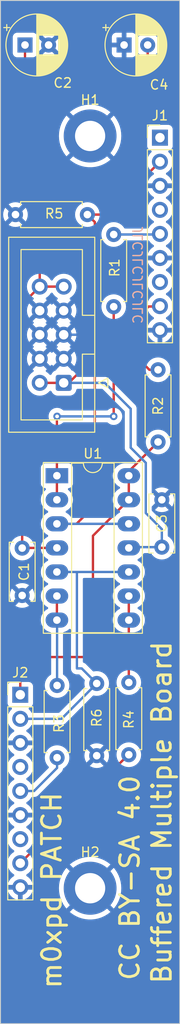
<source format=kicad_pcb>
(kicad_pcb (version 20221018) (generator pcbnew)
  (layers (0 "F.Cu" signal) (31 "B.Cu" signal) (34 "B.Paste" user) (35 "F.Paste" user) (36 "B.SilkS" user "B.Silkscreen") (37 "F.SilkS" user "F.Silkscreen") (38 "B.Mask" user) (39 "F.Mask" user) (44 "Edge.Cuts" user))
  (net 0 "")
  (net 1 "+12V")
  (net 2 "GND")
  (net 3 "-12V")
  (net 5 "IN1")
  (net 7 "OUT1")
  (net 9 "OUT2")
  (net 10 "IN2")
  (net 12 "OUT3")
  (net 14 "OUT4")
  (net 15 "Net-(U1A--)")
  (net 16 "Net-(U1B--)")
  (net 17 "Net-(U1C--)")
  (net 18 "OUT2A")
  (footprint "MountingHole:MountingHole_3.2mm_M3_DIN965_Pad_TopBottom" (layer "F.Cu") (at 109.5 143.7)
    (fp_text reference "H2" (at 0 -3.8) (layer "F.SilkS"))
    (fp_text value "MountingHole_Pad" hide)
    (pad "1" thru_hole circle (at 0 0) (size 3.6 3.6) (drill 3.2) (layers "*.Cu" "*.Mask") (net 2 "GND"))
    (pad "1" connect circle (at 0 0) (size 5.6 5.6) (layers "F.Cu" "F.Mask") (net 2 "GND"))
    (pad "1" connect circle (at 0 0) (size 5.6 5.6) (layers "B.Cu" "B.Mask") (net 2 "GND"))
  )
  (footprint "Resistor_THT:R_Axial_DIN0207_L6.3mm_D2.5mm_P7.62mm_Horizontal" (layer "F.Cu") (at 116.7 96.6 90)
    (fp_text reference "R2" (at 3.8 0 90) (layer "F.SilkS"))
    (fp_text value "R" hide)
    (fp_line (start 0.54 -1.37) (end 7.08 -1.37) (stroke (width 0.12)) (layer "F.SilkS"))
    (fp_line (start 0.54 -1.04) (end 0.54 -1.37) (stroke (width 0.12)) (layer "F.SilkS"))
    (fp_line (start 0.54 1.04) (end 0.54 1.37) (stroke (width 0.12)) (layer "F.SilkS"))
    (fp_line (start 0.54 1.37) (end 7.08 1.37) (stroke (width 0.12)) (layer "F.SilkS"))
    (fp_line (start 7.08 -1.37) (end 7.08 -1.04) (stroke (width 0.12)) (layer "F.SilkS"))
    (fp_line (start 7.08 1.37) (end 7.08 1.04) (stroke (width 0.12)) (layer "F.SilkS"))
    (pad "1" thru_hole circle (at 0 0 90) (size 1.6 1.6) (drill 0.8) (layers "*.Cu" "*.Mask") (net 18 "OUT2A"))
    (pad "2" thru_hole oval (at 7.62 0 90) (size 1.6 1.6) (drill 0.8) (layers "*.Cu" "*.Mask") (net 9 "OUT2"))
  )
  (footprint "Capacitor_THT:C_Disc_D6.0mm_W2.5mm_P5.00mm" (layer "F.Cu") (at 117.1 102.7 -90)
    (fp_text reference "C3" (at 2.5 0 90) (layer "F.SilkS"))
    (fp_text value "0.1u" hide)
    (fp_line (start -0.62 -1.37) (end -0.62 -0.925) (stroke (width 0.12)) (layer "F.SilkS"))
    (fp_line (start -0.62 -1.37) (end 5.62 -1.37) (stroke (width 0.12)) (layer "F.SilkS"))
    (fp_line (start -0.62 0.925) (end -0.62 1.37) (stroke (width 0.12)) (layer "F.SilkS"))
    (fp_line (start -0.62 1.37) (end 5.62 1.37) (stroke (width 0.12)) (layer "F.SilkS"))
    (fp_line (start 5.62 -1.37) (end 5.62 -0.925) (stroke (width 0.12)) (layer "F.SilkS"))
    (fp_line (start 5.62 0.925) (end 5.62 1.37) (stroke (width 0.12)) (layer "F.SilkS"))
    (pad "1" thru_hole circle (at 0 0 270) (size 1.6 1.6) (drill 0.8) (layers "*.Cu" "*.Mask") (net 2 "GND"))
    (pad "2" thru_hole circle (at 5 0 270) (size 1.6 1.6) (drill 0.8) (layers "*.Cu" "*.Mask") (net 3 "-12V"))
  )
  (footprint "Capacitor_THT:CP_Radial_D6.3mm_P2.50mm" (layer "F.Cu") (at 113.1 54.7)
    (fp_text reference "C4" (at 3.7 4.2) (layer "F.SilkS"))
    (fp_text value "22u" hide)
    (fp_line (start -2.250241 -1.839) (end -1.620241 -1.839) (stroke (width 0.12)) (layer "F.SilkS"))
    (fp_line (start -1.935241 -2.154) (end -1.935241 -1.524) (stroke (width 0.12)) (layer "F.SilkS"))
    (fp_line (start 1.25 -3.23) (end 1.25 3.23) (stroke (width 0.12)) (layer "F.SilkS"))
    (fp_line (start 1.29 -3.23) (end 1.29 3.23) (stroke (width 0.12)) (layer "F.SilkS"))
    (fp_line (start 1.33 -3.23) (end 1.33 3.23) (stroke (width 0.12)) (layer "F.SilkS"))
    (fp_line (start 1.37 -3.228) (end 1.37 3.228) (stroke (width 0.12)) (layer "F.SilkS"))
    (fp_line (start 1.41 -3.227) (end 1.41 3.227) (stroke (width 0.12)) (layer "F.SilkS"))
    (fp_line (start 1.45 -3.224) (end 1.45 3.224) (stroke (width 0.12)) (layer "F.SilkS"))
    (fp_line (start 1.49 -3.222) (end 1.49 -1.04) (stroke (width 0.12)) (layer "F.SilkS"))
    (fp_line (start 1.49 1.04) (end 1.49 3.222) (stroke (width 0.12)) (layer "F.SilkS"))
    (fp_line (start 1.53 -3.218) (end 1.53 -1.04) (stroke (width 0.12)) (layer "F.SilkS"))
    (fp_line (start 1.53 1.04) (end 1.53 3.218) (stroke (width 0.12)) (layer "F.SilkS"))
    (fp_line (start 1.57 -3.215) (end 1.57 -1.04) (stroke (width 0.12)) (layer "F.SilkS"))
    (fp_line (start 1.57 1.04) (end 1.57 3.215) (stroke (width 0.12)) (layer "F.SilkS"))
    (fp_line (start 1.61 -3.211) (end 1.61 -1.04) (stroke (width 0.12)) (layer "F.SilkS"))
    (fp_line (start 1.61 1.04) (end 1.61 3.211) (stroke (width 0.12)) (layer "F.SilkS"))
    (fp_line (start 1.65 -3.206) (end 1.65 -1.04) (stroke (width 0.12)) (layer "F.SilkS"))
    (fp_line (start 1.65 1.04) (end 1.65 3.206) (stroke (width 0.12)) (layer "F.SilkS"))
    (fp_line (start 1.69 -3.201) (end 1.69 -1.04) (stroke (width 0.12)) (layer "F.SilkS"))
    (fp_line (start 1.69 1.04) (end 1.69 3.201) (stroke (width 0.12)) (layer "F.SilkS"))
    (fp_line (start 1.73 -3.195) (end 1.73 -1.04) (stroke (width 0.12)) (layer "F.SilkS"))
    (fp_line (start 1.73 1.04) (end 1.73 3.195) (stroke (width 0.12)) (layer "F.SilkS"))
    (fp_line (start 1.77 -3.189) (end 1.77 -1.04) (stroke (width 0.12)) (layer "F.SilkS"))
    (fp_line (start 1.77 1.04) (end 1.77 3.189) (stroke (width 0.12)) (layer "F.SilkS"))
    (fp_line (start 1.81 -3.182) (end 1.81 -1.04) (stroke (width 0.12)) (layer "F.SilkS"))
    (fp_line (start 1.81 1.04) (end 1.81 3.182) (stroke (width 0.12)) (layer "F.SilkS"))
    (fp_line (start 1.85 -3.175) (end 1.85 -1.04) (stroke (width 0.12)) (layer "F.SilkS"))
    (fp_line (start 1.85 1.04) (end 1.85 3.175) (stroke (width 0.12)) (layer "F.SilkS"))
    (fp_line (start 1.89 -3.167) (end 1.89 -1.04) (stroke (width 0.12)) (layer "F.SilkS"))
    (fp_line (start 1.89 1.04) (end 1.89 3.167) (stroke (width 0.12)) (layer "F.SilkS"))
    (fp_line (start 1.93 -3.159) (end 1.93 -1.04) (stroke (width 0.12)) (layer "F.SilkS"))
    (fp_line (start 1.93 1.04) (end 1.93 3.159) (stroke (width 0.12)) (layer "F.SilkS"))
    (fp_line (start 1.971 -3.15) (end 1.971 -1.04) (stroke (width 0.12)) (layer "F.SilkS"))
    (fp_line (start 1.971 1.04) (end 1.971 3.15) (stroke (width 0.12)) (layer "F.SilkS"))
    (fp_line (start 2.011 -3.141) (end 2.011 -1.04) (stroke (width 0.12)) (layer "F.SilkS"))
    (fp_line (start 2.011 1.04) (end 2.011 3.141) (stroke (width 0.12)) (layer "F.SilkS"))
    (fp_line (start 2.051 -3.131) (end 2.051 -1.04) (stroke (width 0.12)) (layer "F.SilkS"))
    (fp_line (start 2.051 1.04) (end 2.051 3.131) (stroke (width 0.12)) (layer "F.SilkS"))
    (fp_line (start 2.091 -3.121) (end 2.091 -1.04) (stroke (width 0.12)) (layer "F.SilkS"))
    (fp_line (start 2.091 1.04) (end 2.091 3.121) (stroke (width 0.12)) (layer "F.SilkS"))
    (fp_line (start 2.131 -3.11) (end 2.131 -1.04) (stroke (width 0.12)) (layer "F.SilkS"))
    (fp_line (start 2.131 1.04) (end 2.131 3.11) (stroke (width 0.12)) (layer "F.SilkS"))
    (fp_line (start 2.171 -3.098) (end 2.171 -1.04) (stroke (width 0.12)) (layer "F.SilkS"))
    (fp_line (start 2.171 1.04) (end 2.171 3.098) (stroke (width 0.12)) (layer "F.SilkS"))
    (fp_line (start 2.211 -3.086) (end 2.211 -1.04) (stroke (width 0.12)) (layer "F.SilkS"))
    (fp_line (start 2.211 1.04) (end 2.211 3.086) (stroke (width 0.12)) (layer "F.SilkS"))
    (fp_line (start 2.251 -3.074) (end 2.251 -1.04) (stroke (width 0.12)) (layer "F.SilkS"))
    (fp_line (start 2.251 1.04) (end 2.251 3.074) (stroke (width 0.12)) (layer "F.SilkS"))
    (fp_line (start 2.291 -3.061) (end 2.291 -1.04) (stroke (width 0.12)) (layer "F.SilkS"))
    (fp_line (start 2.291 1.04) (end 2.291 3.061) (stroke (width 0.12)) (layer "F.SilkS"))
    (fp_line (start 2.331 -3.047) (end 2.331 -1.04) (stroke (width 0.12)) (layer "F.SilkS"))
    (fp_line (start 2.331 1.04) (end 2.331 3.047) (stroke (width 0.12)) (layer "F.SilkS"))
    (fp_line (start 2.371 -3.033) (end 2.371 -1.04) (stroke (width 0.12)) (layer "F.SilkS"))
    (fp_line (start 2.371 1.04) (end 2.371 3.033) (stroke (width 0.12)) (layer "F.SilkS"))
    (fp_line (start 2.411 -3.018) (end 2.411 -1.04) (stroke (width 0.12)) (layer "F.SilkS"))
    (fp_line (start 2.411 1.04) (end 2.411 3.018) (stroke (width 0.12)) (layer "F.SilkS"))
    (fp_line (start 2.451 -3.002) (end 2.451 -1.04) (stroke (width 0.12)) (layer "F.SilkS"))
    (fp_line (start 2.451 1.04) (end 2.451 3.002) (stroke (width 0.12)) (layer "F.SilkS"))
    (fp_line (start 2.491 -2.986) (end 2.491 -1.04) (stroke (width 0.12)) (layer "F.SilkS"))
    (fp_line (start 2.491 1.04) (end 2.491 2.986) (stroke (width 0.12)) (layer "F.SilkS"))
    (fp_line (start 2.531 -2.97) (end 2.531 -1.04) (stroke (width 0.12)) (layer "F.SilkS"))
    (fp_line (start 2.531 1.04) (end 2.531 2.97) (stroke (width 0.12)) (layer "F.SilkS"))
    (fp_line (start 2.571 -2.952) (end 2.571 -1.04) (stroke (width 0.12)) (layer "F.SilkS"))
    (fp_line (start 2.571 1.04) (end 2.571 2.952) (stroke (width 0.12)) (layer "F.SilkS"))
    (fp_line (start 2.611 -2.934) (end 2.611 -1.04) (stroke (width 0.12)) (layer "F.SilkS"))
    (fp_line (start 2.611 1.04) (end 2.611 2.934) (stroke (width 0.12)) (layer "F.SilkS"))
    (fp_line (start 2.651 -2.916) (end 2.651 -1.04) (stroke (width 0.12)) (layer "F.SilkS"))
    (fp_line (start 2.651 1.04) (end 2.651 2.916) (stroke (width 0.12)) (layer "F.SilkS"))
    (fp_line (start 2.691 -2.896) (end 2.691 -1.04) (stroke (width 0.12)) (layer "F.SilkS"))
    (fp_line (start 2.691 1.04) (end 2.691 2.896) (stroke (width 0.12)) (layer "F.SilkS"))
    (fp_line (start 2.731 -2.876) (end 2.731 -1.04) (stroke (width 0.12)) (layer "F.SilkS"))
    (fp_line (start 2.731 1.04) (end 2.731 2.876) (stroke (width 0.12)) (layer "F.SilkS"))
    (fp_line (start 2.771 -2.856) (end 2.771 -1.04) (stroke (width 0.12)) (layer "F.SilkS"))
    (fp_line (start 2.771 1.04) (end 2.771 2.856) (stroke (width 0.12)) (layer "F.SilkS"))
    (fp_line (start 2.811 -2.834) (end 2.811 -1.04) (stroke (width 0.12)) (layer "F.SilkS"))
    (fp_line (start 2.811 1.04) (end 2.811 2.834) (stroke (width 0.12)) (layer "F.SilkS"))
    (fp_line (start 2.851 -2.812) (end 2.851 -1.04) (stroke (width 0.12)) (layer "F.SilkS"))
    (fp_line (start 2.851 1.04) (end 2.851 2.812) (stroke (width 0.12)) (layer "F.SilkS"))
    (fp_line (start 2.891 -2.79) (end 2.891 -1.04) (stroke (width 0.12)) (layer "F.SilkS"))
    (fp_line (start 2.891 1.04) (end 2.891 2.79) (stroke (width 0.12)) (layer "F.SilkS"))
    (fp_line (start 2.931 -2.766) (end 2.931 -1.04) (stroke (width 0.12)) (layer "F.SilkS"))
    (fp_line (start 2.931 1.04) (end 2.931 2.766) (stroke (width 0.12)) (layer "F.SilkS"))
    (fp_line (start 2.971 -2.742) (end 2.971 -1.04) (stroke (width 0.12)) (layer "F.SilkS"))
    (fp_line (start 2.971 1.04) (end 2.971 2.742) (stroke (width 0.12)) (layer "F.SilkS"))
    (fp_line (start 3.011 -2.716) (end 3.011 -1.04) (stroke (width 0.12)) (layer "F.SilkS"))
    (fp_line (start 3.011 1.04) (end 3.011 2.716) (stroke (width 0.12)) (layer "F.SilkS"))
    (fp_line (start 3.051 -2.69) (end 3.051 -1.04) (stroke (width 0.12)) (layer "F.SilkS"))
    (fp_line (start 3.051 1.04) (end 3.051 2.69) (stroke (width 0.12)) (layer "F.SilkS"))
    (fp_line (start 3.091 -2.664) (end 3.091 -1.04) (stroke (width 0.12)) (layer "F.SilkS"))
    (fp_line (start 3.091 1.04) (end 3.091 2.664) (stroke (width 0.12)) (layer "F.SilkS"))
    (fp_line (start 3.131 -2.636) (end 3.131 -1.04) (stroke (width 0.12)) (layer "F.SilkS"))
    (fp_line (start 3.131 1.04) (end 3.131 2.636) (stroke (width 0.12)) (layer "F.SilkS"))
    (fp_line (start 3.171 -2.607) (end 3.171 -1.04) (stroke (width 0.12)) (layer "F.SilkS"))
    (fp_line (start 3.171 1.04) (end 3.171 2.607) (stroke (width 0.12)) (layer "F.SilkS"))
    (fp_line (start 3.211 -2.578) (end 3.211 -1.04) (stroke (width 0.12)) (layer "F.SilkS"))
    (fp_line (start 3.211 1.04) (end 3.211 2.578) (stroke (width 0.12)) (layer "F.SilkS"))
    (fp_line (start 3.251 -2.548) (end 3.251 -1.04) (stroke (width 0.12)) (layer "F.SilkS"))
    (fp_line (start 3.251 1.04) (end 3.251 2.548) (stroke (width 0.12)) (layer "F.SilkS"))
    (fp_line (start 3.291 -2.516) (end 3.291 -1.04) (stroke (width 0.12)) (layer "F.SilkS"))
    (fp_line (start 3.291 1.04) (end 3.291 2.516) (stroke (width 0.12)) (layer "F.SilkS"))
    (fp_line (start 3.331 -2.484) (end 3.331 -1.04) (stroke (width 0.12)) (layer "F.SilkS"))
    (fp_line (start 3.331 1.04) (end 3.331 2.484) (stroke (width 0.12)) (layer "F.SilkS"))
    (fp_line (start 3.371 -2.45) (end 3.371 -1.04) (stroke (width 0.12)) (layer "F.SilkS"))
    (fp_line (start 3.371 1.04) (end 3.371 2.45) (stroke (width 0.12)) (layer "F.SilkS"))
    (fp_line (start 3.411 -2.416) (end 3.411 -1.04) (stroke (width 0.12)) (layer "F.SilkS"))
    (fp_line (start 3.411 1.04) (end 3.411 2.416) (stroke (width 0.12)) (layer "F.SilkS"))
    (fp_line (start 3.451 -2.38) (end 3.451 -1.04) (stroke (width 0.12)) (layer "F.SilkS"))
    (fp_line (start 3.451 1.04) (end 3.451 2.38) (stroke (width 0.12)) (layer "F.SilkS"))
    (fp_line (start 3.491 -2.343) (end 3.491 -1.04) (stroke (width 0.12)) (layer "F.SilkS"))
    (fp_line (start 3.491 1.04) (end 3.491 2.343) (stroke (width 0.12)) (layer "F.SilkS"))
    (fp_line (start 3.531 -2.305) (end 3.531 -1.04) (stroke (width 0.12)) (layer "F.SilkS"))
    (fp_line (start 3.531 1.04) (end 3.531 2.305) (stroke (width 0.12)) (layer "F.SilkS"))
    (fp_line (start 3.571 -2.265) (end 3.571 2.265) (stroke (width 0.12)) (layer "F.SilkS"))
    (fp_line (start 3.611 -2.224) (end 3.611 2.224) (stroke (width 0.12)) (layer "F.SilkS"))
    (fp_line (start 3.651 -2.182) (end 3.651 2.182) (stroke (width 0.12)) (layer "F.SilkS"))
    (fp_line (start 3.691 -2.137) (end 3.691 2.137) (stroke (width 0.12)) (layer "F.SilkS"))
    (fp_line (start 3.731 -2.092) (end 3.731 2.092) (stroke (width 0.12)) (layer "F.SilkS"))
    (fp_line (start 3.771 -2.044) (end 3.771 2.044) (stroke (width 0.12)) (layer "F.SilkS"))
    (fp_line (start 3.811 -1.995) (end 3.811 1.995) (stroke (width 0.12)) (layer "F.SilkS"))
    (fp_line (start 3.851 -1.944) (end 3.851 1.944) (stroke (width 0.12)) (layer "F.SilkS"))
    (fp_line (start 3.891 -1.89) (end 3.891 1.89) (stroke (width 0.12)) (layer "F.SilkS"))
    (fp_line (start 3.931 -1.834) (end 3.931 1.834) (stroke (width 0.12)) (layer "F.SilkS"))
    (fp_line (start 3.971 -1.776) (end 3.971 1.776) (stroke (width 0.12)) (layer "F.SilkS"))
    (fp_line (start 4.011 -1.714) (end 4.011 1.714) (stroke (width 0.12)) (layer "F.SilkS"))
    (fp_line (start 4.051 -1.65) (end 4.051 1.65) (stroke (width 0.12)) (layer "F.SilkS"))
    (fp_line (start 4.091 -1.581) (end 4.091 1.581) (stroke (width 0.12)) (layer "F.SilkS"))
    (fp_line (start 4.131 -1.509) (end 4.131 1.509) (stroke (width 0.12)) (layer "F.SilkS"))
    (fp_line (start 4.171 -1.432) (end 4.171 1.432) (stroke (width 0.12)) (layer "F.SilkS"))
    (fp_line (start 4.211 -1.35) (end 4.211 1.35) (stroke (width 0.12)) (layer "F.SilkS"))
    (fp_line (start 4.251 -1.262) (end 4.251 1.262) (stroke (width 0.12)) (layer "F.SilkS"))
    (fp_line (start 4.291 -1.165) (end 4.291 1.165) (stroke (width 0.12)) (layer "F.SilkS"))
    (fp_line (start 4.331 -1.059) (end 4.331 1.059) (stroke (width 0.12)) (layer "F.SilkS"))
    (fp_line (start 4.371 -0.94) (end 4.371 0.94) (stroke (width 0.12)) (layer "F.SilkS"))
    (fp_line (start 4.411 -0.802) (end 4.411 0.802) (stroke (width 0.12)) (layer "F.SilkS"))
    (fp_line (start 4.451 -0.633) (end 4.451 0.633) (stroke (width 0.12)) (layer "F.SilkS"))
    (fp_line (start 4.491 -0.402) (end 4.491 0.402) (stroke (width 0.12)) (layer "F.SilkS"))
    (fp_circle (center 1.25 0) (end 4.52 0) (stroke (width 0.12)) (fill none) (layer "F.SilkS"))
    (pad "1" thru_hole rect (at 0 0) (size 1.6 1.6) (drill 0.8) (layers "*.Cu" "*.Mask") (net 2 "GND"))
    (pad "2" thru_hole circle (at 2.5 0) (size 1.6 1.6) (drill 0.8) (layers "*.Cu" "*.Mask") (net 3 "-12V"))
  )
  (footprint "Resistor_THT:R_Axial_DIN0207_L6.3mm_D2.5mm_P7.62mm_Horizontal" (layer "F.Cu") (at 113.6 121.99 -90)
    (fp_text reference "R4" (at 3.91 0 90) (layer "F.SilkS"))
    (fp_text value "R" hide)
    (fp_line (start 0.54 -1.37) (end 7.08 -1.37) (stroke (width 0.12)) (layer "F.SilkS"))
    (fp_line (start 0.54 -1.04) (end 0.54 -1.37) (stroke (width 0.12)) (layer "F.SilkS"))
    (fp_line (start 0.54 1.04) (end 0.54 1.37) (stroke (width 0.12)) (layer "F.SilkS"))
    (fp_line (start 0.54 1.37) (end 7.08 1.37) (stroke (width 0.12)) (layer "F.SilkS"))
    (fp_line (start 7.08 -1.37) (end 7.08 -1.04) (stroke (width 0.12)) (layer "F.SilkS"))
    (fp_line (start 7.08 1.37) (end 7.08 1.04) (stroke (width 0.12)) (layer "F.SilkS"))
    (pad "1" thru_hole circle (at 0 0 270) (size 1.6 1.6) (drill 0.8) (layers "*.Cu" "*.Mask") (net 17 "Net-(U1C--)"))
    (pad "2" thru_hole oval (at 7.62 0 270) (size 1.6 1.6) (drill 0.8) (layers "*.Cu" "*.Mask") (net 14 "OUT4"))
  )
  (footprint "Capacitor_THT:C_Disc_D6.0mm_W2.5mm_P5.00mm" (layer "F.Cu") (at 102.3 107.8 -90)
    (fp_text reference "C1" (at 2.5 -0.2 90) (layer "F.SilkS"))
    (fp_text value "0.1u" hide)
    (fp_line (start -0.62 -1.37) (end -0.62 -0.925) (stroke (width 0.12)) (layer "F.SilkS"))
    (fp_line (start -0.62 -1.37) (end 5.62 -1.37) (stroke (width 0.12)) (layer "F.SilkS"))
    (fp_line (start -0.62 0.925) (end -0.62 1.37) (stroke (width 0.12)) (layer "F.SilkS"))
    (fp_line (start -0.62 1.37) (end 5.62 1.37) (stroke (width 0.12)) (layer "F.SilkS"))
    (fp_line (start 5.62 -1.37) (end 5.62 -0.925) (stroke (width 0.12)) (layer "F.SilkS"))
    (fp_line (start 5.62 0.925) (end 5.62 1.37) (stroke (width 0.12)) (layer "F.SilkS"))
    (pad "1" thru_hole circle (at 0 0 270) (size 1.6 1.6) (drill 0.8) (layers "*.Cu" "*.Mask") (net 1 "+12V"))
    (pad "2" thru_hole circle (at 5 0 270) (size 1.6 1.6) (drill 0.8) (layers "*.Cu" "*.Mask") (net 2 "GND"))
  )
  (footprint "Connector_PinHeader_2.54mm:PinHeader_1x09_P2.54mm_Vertical" (layer "F.Cu") (at 116.9 64.48)
    (fp_text reference "J1" (at 0 -2.33) (layer "F.SilkS"))
    (fp_text value "Conn_01x09" hide)
    (fp_line (start -1.33 -1.33) (end 0 -1.33) (stroke (width 0.12)) (layer "F.SilkS"))
    (fp_line (start -1.33 0) (end -1.33 -1.33) (stroke (width 0.12)) (layer "F.SilkS"))
    (fp_line (start -1.33 1.27) (end -1.33 21.65) (stroke (width 0.12)) (layer "F.SilkS"))
    (fp_line (start -1.33 1.27) (end 1.33 1.27) (stroke (width 0.12)) (layer "F.SilkS"))
    (fp_line (start -1.33 21.65) (end 1.33 21.65) (stroke (width 0.12)) (layer "F.SilkS"))
    (fp_line (start 1.33 1.27) (end 1.33 21.65) (stroke (width 0.12)) (layer "F.SilkS"))
    (pad "1" thru_hole rect (at 0 0) (size 1.7 1.7) (drill 1) (layers "*.Cu" "*.Mask"))
    (pad "2" thru_hole oval (at 0 2.54) (size 1.7 1.7) (drill 1) (layers "*.Cu" "*.Mask") (net 5 "IN1"))
    (pad "3" thru_hole oval (at 0 5.08) (size 1.7 1.7) (drill 1) (layers "*.Cu" "*.Mask") (net 2 "GND"))
    (pad "4" thru_hole oval (at 0 7.62) (size 1.7 1.7) (drill 1) (layers "*.Cu" "*.Mask"))
    (pad "5" thru_hole oval (at 0 10.16) (size 1.7 1.7) (drill 1) (layers "*.Cu" "*.Mask") (net 7 "OUT1"))
    (pad "6" thru_hole oval (at 0 12.7) (size 1.7 1.7) (drill 1) (layers "*.Cu" "*.Mask") (net 2 "GND"))
    (pad "7" thru_hole oval (at 0 15.24) (size 1.7 1.7) (drill 1) (layers "*.Cu" "*.Mask"))
    (pad "8" thru_hole oval (at 0 17.78) (size 1.7 1.7) (drill 1) (layers "*.Cu" "*.Mask") (net 9 "OUT2"))
    (pad "9" thru_hole oval (at 0 20.32) (size 1.7 1.7) (drill 1) (layers "*.Cu" "*.Mask") (net 2 "GND"))
  )
  (footprint "Package_DIP:DIP-14_W7.62mm_Socket_LongPads" (layer "F.Cu") (at 105.98 100.16)
    (fp_text reference "U1" (at 3.81 -2.33) (layer "F.SilkS"))
    (fp_text value "TL084")
    (fp_line (start -1.44 -1.39) (end -1.44 16.63) (stroke (width 0.12)) (layer "F.SilkS"))
    (fp_line (start -1.44 16.63) (end 9.06 16.63) (stroke (width 0.12)) (layer "F.SilkS"))
    (fp_line (start 1.56 -1.33) (end 1.56 16.57) (stroke (width 0.12)) (layer "F.SilkS"))
    (fp_line (start 1.56 16.57) (end 6.06 16.57) (stroke (width 0.12)) (layer "F.SilkS"))
    (fp_line (start 2.81 -1.33) (end 1.56 -1.33) (stroke (width 0.12)) (layer "F.SilkS"))
    (fp_line (start 6.06 -1.33) (end 4.81 -1.33) (stroke (width 0.12)) (layer "F.SilkS"))
    (fp_line (start 6.06 16.57) (end 6.06 -1.33) (stroke (width 0.12)) (layer "F.SilkS"))
    (fp_line (start 9.06 -1.39) (end -1.44 -1.39) (stroke (width 0.12)) (layer "F.SilkS"))
    (fp_line (start 9.06 16.63) (end 9.06 -1.39) (stroke (width 0.12)) (layer "F.SilkS"))
    (fp_arc (start 4.81 -1.33) (mid 3.81 -0.33) (end 2.81 -1.33) (stroke (width 0.12)) (layer "F.SilkS"))
    (pad "1" thru_hole rect (at 0 0) (size 2.4 1.6) (drill 0.8) (layers "*.Cu" "*.Mask") (net 15 "Net-(U1A--)"))
    (pad "2" thru_hole oval (at 0 2.54) (size 2.4 1.6) (drill 0.8) (layers "*.Cu" "*.Mask") (net 15 "Net-(U1A--)"))
    (pad "3" thru_hole oval (at 0 5.08) (size 2.4 1.6) (drill 0.8) (layers "*.Cu" "*.Mask") (net 5 "IN1"))
    (pad "4" thru_hole oval (at 0 7.62) (size 2.4 1.6) (drill 0.8) (layers "*.Cu" "*.Mask") (net 1 "+12V"))
    (pad "5" thru_hole oval (at 0 10.16) (size 2.4 1.6) (drill 0.8) (layers "*.Cu" "*.Mask") (net 10 "IN2"))
    (pad "6" thru_hole oval (at 0 12.7) (size 2.4 1.6) (drill 0.8) (layers "*.Cu" "*.Mask") (net 16 "Net-(U1B--)"))
    (pad "7" thru_hole oval (at 0 15.24) (size 2.4 1.6) (drill 0.8) (layers "*.Cu" "*.Mask") (net 16 "Net-(U1B--)"))
    (pad "8" thru_hole oval (at 7.62 15.24) (size 2.4 1.6) (drill 0.8) (layers "*.Cu" "*.Mask") (net 17 "Net-(U1C--)"))
    (pad "9" thru_hole oval (at 7.62 12.7) (size 2.4 1.6) (drill 0.8) (layers "*.Cu" "*.Mask") (net 17 "Net-(U1C--)"))
    (pad "10" thru_hole oval (at 7.62 10.16) (size 2.4 1.6) (drill 0.8) (layers "*.Cu" "*.Mask") (net 10 "IN2"))
    (pad "11" thru_hole oval (at 7.62 7.62) (size 2.4 1.6) (drill 0.8) (layers "*.Cu" "*.Mask") (net 3 "-12V"))
    (pad "12" thru_hole oval (at 7.62 5.08) (size 2.4 1.6) (drill 0.8) (layers "*.Cu" "*.Mask") (net 5 "IN1"))
    (pad "13" thru_hole oval (at 7.62 2.54) (size 2.4 1.6) (drill 0.8) (layers "*.Cu" "*.Mask") (net 18 "OUT2A"))
    (pad "14" thru_hole oval (at 7.62 0) (size 2.4 1.6) (drill 0.8) (layers "*.Cu" "*.Mask") (net 18 "OUT2A"))
  )
  (footprint "Connector_PinHeader_2.54mm:PinHeader_1x09_P2.54mm_Vertical" (layer "F.Cu") (at 102.1 123.28)
    (fp_text reference "J2" (at 0 -2.33) (layer "F.SilkS"))
    (fp_text value "Conn_01x09" hide)
    (fp_line (start -1.33 -1.33) (end 0 -1.33) (stroke (width 0.12)) (layer "F.SilkS"))
    (fp_line (start -1.33 0) (end -1.33 -1.33) (stroke (width 0.12)) (layer "F.SilkS"))
    (fp_line (start -1.33 1.27) (end -1.33 21.65) (stroke (width 0.12)) (layer "F.SilkS"))
    (fp_line (start -1.33 1.27) (end 1.33 1.27) (stroke (width 0.12)) (layer "F.SilkS"))
    (fp_line (start -1.33 21.65) (end 1.33 21.65) (stroke (width 0.12)) (layer "F.SilkS"))
    (fp_line (start 1.33 1.27) (end 1.33 21.65) (stroke (width 0.12)) (layer "F.SilkS"))
    (pad "1" thru_hole rect (at 0 0) (size 1.7 1.7) (drill 1) (layers "*.Cu" "*.Mask") (net 18 "OUT2A"))
    (pad "2" thru_hole oval (at 0 2.54) (size 1.7 1.7) (drill 1) (layers "*.Cu" "*.Mask") (net 10 "IN2"))
    (pad "3" thru_hole oval (at 0 5.08) (size 1.7 1.7) (drill 1) (layers "*.Cu" "*.Mask") (net 2 "GND"))
    (pad "4" thru_hole oval (at 0 7.62) (size 1.7 1.7) (drill 1) (layers "*.Cu" "*.Mask"))
    (pad "5" thru_hole oval (at 0 10.16) (size 1.7 1.7) (drill 1) (layers "*.Cu" "*.Mask") (net 12 "OUT3"))
    (pad "6" thru_hole oval (at 0 12.7) (size 1.7 1.7) (drill 1) (layers "*.Cu" "*.Mask") (net 2 "GND"))
    (pad "7" thru_hole oval (at 0 15.24) (size 1.7 1.7) (drill 1) (layers "*.Cu" "*.Mask"))
    (pad "8" thru_hole oval (at 0 17.78) (size 1.7 1.7) (drill 1) (layers "*.Cu" "*.Mask") (net 14 "OUT4"))
    (pad "9" thru_hole oval (at 0 20.32) (size 1.7 1.7) (drill 1) (layers "*.Cu" "*.Mask") (net 2 "GND"))
  )
  (footprint "Resistor_THT:R_Axial_DIN0207_L6.3mm_D2.5mm_P7.62mm_Horizontal" (layer "F.Cu") (at 112 82.32 90)
    (fp_text reference "R1" (at 4.11 0.1 90) (layer "F.SilkS"))
    (fp_text value "R" hide)
    (fp_line (start 0.54 -1.37) (end 7.08 -1.37) (stroke (width 0.12)) (layer "F.SilkS"))
    (fp_line (start 0.54 -1.04) (end 0.54 -1.37) (stroke (width 0.12)) (layer "F.SilkS"))
    (fp_line (start 0.54 1.04) (end 0.54 1.37) (stroke (width 0.12)) (layer "F.SilkS"))
    (fp_line (start 0.54 1.37) (end 7.08 1.37) (stroke (width 0.12)) (layer "F.SilkS"))
    (fp_line (start 7.08 -1.37) (end 7.08 -1.04) (stroke (width 0.12)) (layer "F.SilkS"))
    (fp_line (start 7.08 1.37) (end 7.08 1.04) (stroke (width 0.12)) (layer "F.SilkS"))
    (pad "1" thru_hole circle (at 0 0 90) (size 1.6 1.6) (drill 0.8) (layers "*.Cu" "*.Mask") (net 15 "Net-(U1A--)"))
    (pad "2" thru_hole oval (at 7.62 0 90) (size 1.6 1.6) (drill 0.8) (layers "*.Cu" "*.Mask") (net 7 "OUT1"))
  )
  (footprint "Capacitor_THT:CP_Radial_D6.3mm_P2.50mm" (layer "F.Cu") (at 102.6 54.7)
    (fp_text reference "C2" (at 4 4) (layer "F.SilkS"))
    (fp_text value "22u" hide)
    (fp_line (start -2.250241 -1.839) (end -1.620241 -1.839) (stroke (width 0.12)) (layer "F.SilkS"))
    (fp_line (start -1.935241 -2.154) (end -1.935241 -1.524) (stroke (width 0.12)) (layer "F.SilkS"))
    (fp_line (start 1.25 -3.23) (end 1.25 3.23) (stroke (width 0.12)) (layer "F.SilkS"))
    (fp_line (start 1.29 -3.23) (end 1.29 3.23) (stroke (width 0.12)) (layer "F.SilkS"))
    (fp_line (start 1.33 -3.23) (end 1.33 3.23) (stroke (width 0.12)) (layer "F.SilkS"))
    (fp_line (start 1.37 -3.228) (end 1.37 3.228) (stroke (width 0.12)) (layer "F.SilkS"))
    (fp_line (start 1.41 -3.227) (end 1.41 3.227) (stroke (width 0.12)) (layer "F.SilkS"))
    (fp_line (start 1.45 -3.224) (end 1.45 3.224) (stroke (width 0.12)) (layer "F.SilkS"))
    (fp_line (start 1.49 -3.222) (end 1.49 -1.04) (stroke (width 0.12)) (layer "F.SilkS"))
    (fp_line (start 1.49 1.04) (end 1.49 3.222) (stroke (width 0.12)) (layer "F.SilkS"))
    (fp_line (start 1.53 -3.218) (end 1.53 -1.04) (stroke (width 0.12)) (layer "F.SilkS"))
    (fp_line (start 1.53 1.04) (end 1.53 3.218) (stroke (width 0.12)) (layer "F.SilkS"))
    (fp_line (start 1.57 -3.215) (end 1.57 -1.04) (stroke (width 0.12)) (layer "F.SilkS"))
    (fp_line (start 1.57 1.04) (end 1.57 3.215) (stroke (width 0.12)) (layer "F.SilkS"))
    (fp_line (start 1.61 -3.211) (end 1.61 -1.04) (stroke (width 0.12)) (layer "F.SilkS"))
    (fp_line (start 1.61 1.04) (end 1.61 3.211) (stroke (width 0.12)) (layer "F.SilkS"))
    (fp_line (start 1.65 -3.206) (end 1.65 -1.04) (stroke (width 0.12)) (layer "F.SilkS"))
    (fp_line (start 1.65 1.04) (end 1.65 3.206) (stroke (width 0.12)) (layer "F.SilkS"))
    (fp_line (start 1.69 -3.201) (end 1.69 -1.04) (stroke (width 0.12)) (layer "F.SilkS"))
    (fp_line (start 1.69 1.04) (end 1.69 3.201) (stroke (width 0.12)) (layer "F.SilkS"))
    (fp_line (start 1.73 -3.195) (end 1.73 -1.04) (stroke (width 0.12)) (layer "F.SilkS"))
    (fp_line (start 1.73 1.04) (end 1.73 3.195) (stroke (width 0.12)) (layer "F.SilkS"))
    (fp_line (start 1.77 -3.189) (end 1.77 -1.04) (stroke (width 0.12)) (layer "F.SilkS"))
    (fp_line (start 1.77 1.04) (end 1.77 3.189) (stroke (width 0.12)) (layer "F.SilkS"))
    (fp_line (start 1.81 -3.182) (end 1.81 -1.04) (stroke (width 0.12)) (layer "F.SilkS"))
    (fp_line (start 1.81 1.04) (end 1.81 3.182) (stroke (width 0.12)) (layer "F.SilkS"))
    (fp_line (start 1.85 -3.175) (end 1.85 -1.04) (stroke (width 0.12)) (layer "F.SilkS"))
    (fp_line (start 1.85 1.04) (end 1.85 3.175) (stroke (width 0.12)) (layer "F.SilkS"))
    (fp_line (start 1.89 -3.167) (end 1.89 -1.04) (stroke (width 0.12)) (layer "F.SilkS"))
    (fp_line (start 1.89 1.04) (end 1.89 3.167) (stroke (width 0.12)) (layer "F.SilkS"))
    (fp_line (start 1.93 -3.159) (end 1.93 -1.04) (stroke (width 0.12)) (layer "F.SilkS"))
    (fp_line (start 1.93 1.04) (end 1.93 3.159) (stroke (width 0.12)) (layer "F.SilkS"))
    (fp_line (start 1.971 -3.15) (end 1.971 -1.04) (stroke (width 0.12)) (layer "F.SilkS"))
    (fp_line (start 1.971 1.04) (end 1.971 3.15) (stroke (width 0.12)) (layer "F.SilkS"))
    (fp_line (start 2.011 -3.141) (end 2.011 -1.04) (stroke (width 0.12)) (layer "F.SilkS"))
    (fp_line (start 2.011 1.04) (end 2.011 3.141) (stroke (width 0.12)) (layer "F.SilkS"))
    (fp_line (start 2.051 -3.131) (end 2.051 -1.04) (stroke (width 0.12)) (layer "F.SilkS"))
    (fp_line (start 2.051 1.04) (end 2.051 3.131) (stroke (width 0.12)) (layer "F.SilkS"))
    (fp_line (start 2.091 -3.121) (end 2.091 -1.04) (stroke (width 0.12)) (layer "F.SilkS"))
    (fp_line (start 2.091 1.04) (end 2.091 3.121) (stroke (width 0.12)) (layer "F.SilkS"))
    (fp_line (start 2.131 -3.11) (end 2.131 -1.04) (stroke (width 0.12)) (layer "F.SilkS"))
    (fp_line (start 2.131 1.04) (end 2.131 3.11) (stroke (width 0.12)) (layer "F.SilkS"))
    (fp_line (start 2.171 -3.098) (end 2.171 -1.04) (stroke (width 0.12)) (layer "F.SilkS"))
    (fp_line (start 2.171 1.04) (end 2.171 3.098) (stroke (width 0.12)) (layer "F.SilkS"))
    (fp_line (start 2.211 -3.086) (end 2.211 -1.04) (stroke (width 0.12)) (layer "F.SilkS"))
    (fp_line (start 2.211 1.04) (end 2.211 3.086) (stroke (width 0.12)) (layer "F.SilkS"))
    (fp_line (start 2.251 -3.074) (end 2.251 -1.04) (stroke (width 0.12)) (layer "F.SilkS"))
    (fp_line (start 2.251 1.04) (end 2.251 3.074) (stroke (width 0.12)) (layer "F.SilkS"))
    (fp_line (start 2.291 -3.061) (end 2.291 -1.04) (stroke (width 0.12)) (layer "F.SilkS"))
    (fp_line (start 2.291 1.04) (end 2.291 3.061) (stroke (width 0.12)) (layer "F.SilkS"))
    (fp_line (start 2.331 -3.047) (end 2.331 -1.04) (stroke (width 0.12)) (layer "F.SilkS"))
    (fp_line (start 2.331 1.04) (end 2.331 3.047) (stroke (width 0.12)) (layer "F.SilkS"))
    (fp_line (start 2.371 -3.033) (end 2.371 -1.04) (stroke (width 0.12)) (layer "F.SilkS"))
    (fp_line (start 2.371 1.04) (end 2.371 3.033) (stroke (width 0.12)) (layer "F.SilkS"))
    (fp_line (start 2.411 -3.018) (end 2.411 -1.04) (stroke (width 0.12)) (layer "F.SilkS"))
    (fp_line (start 2.411 1.04) (end 2.411 3.018) (stroke (width 0.12)) (layer "F.SilkS"))
    (fp_line (start 2.451 -3.002) (end 2.451 -1.04) (stroke (width 0.12)) (layer "F.SilkS"))
    (fp_line (start 2.451 1.04) (end 2.451 3.002) (stroke (width 0.12)) (layer "F.SilkS"))
    (fp_line (start 2.491 -2.986) (end 2.491 -1.04) (stroke (width 0.12)) (layer "F.SilkS"))
    (fp_line (start 2.491 1.04) (end 2.491 2.986) (stroke (width 0.12)) (layer "F.SilkS"))
    (fp_line (start 2.531 -2.97) (end 2.531 -1.04) (stroke (width 0.12)) (layer "F.SilkS"))
    (fp_line (start 2.531 1.04) (end 2.531 2.97) (stroke (width 0.12)) (layer "F.SilkS"))
    (fp_line (start 2.571 -2.952) (end 2.571 -1.04) (stroke (width 0.12)) (layer "F.SilkS"))
    (fp_line (start 2.571 1.04) (end 2.571 2.952) (stroke (width 0.12)) (layer "F.SilkS"))
    (fp_line (start 2.611 -2.934) (end 2.611 -1.04) (stroke (width 0.12)) (layer "F.SilkS"))
    (fp_line (start 2.611 1.04) (end 2.611 2.934) (stroke (width 0.12)) (layer "F.SilkS"))
    (fp_line (start 2.651 -2.916) (end 2.651 -1.04) (stroke (width 0.12)) (layer "F.SilkS"))
    (fp_line (start 2.651 1.04) (end 2.651 2.916) (stroke (width 0.12)) (layer "F.SilkS"))
    (fp_line (start 2.691 -2.896) (end 2.691 -1.04) (stroke (width 0.12)) (layer "F.SilkS"))
    (fp_line (start 2.691 1.04) (end 2.691 2.896) (stroke (width 0.12)) (layer "F.SilkS"))
    (fp_line (start 2.731 -2.876) (end 2.731 -1.04) (stroke (width 0.12)) (layer "F.SilkS"))
    (fp_line (start 2.731 1.04) (end 2.731 2.876) (stroke (width 0.12)) (layer "F.SilkS"))
    (fp_line (start 2.771 -2.856) (end 2.771 -1.04) (stroke (width 0.12)) (layer "F.SilkS"))
    (fp_line (start 2.771 1.04) (end 2.771 2.856) (stroke (width 0.12)) (layer "F.SilkS"))
    (fp_line (start 2.811 -2.834) (end 2.811 -1.04) (stroke (width 0.12)) (layer "F.SilkS"))
    (fp_line (start 2.811 1.04) (end 2.811 2.834) (stroke (width 0.12)) (layer "F.SilkS"))
    (fp_line (start 2.851 -2.812) (end 2.851 -1.04) (stroke (width 0.12)) (layer "F.SilkS"))
    (fp_line (start 2.851 1.04) (end 2.851 2.812) (stroke (width 0.12)) (layer "F.SilkS"))
    (fp_line (start 2.891 -2.79) (end 2.891 -1.04) (stroke (width 0.12)) (layer "F.SilkS"))
    (fp_line (start 2.891 1.04) (end 2.891 2.79) (stroke (width 0.12)) (layer "F.SilkS"))
    (fp_line (start 2.931 -2.766) (end 2.931 -1.04) (stroke (width 0.12)) (layer "F.SilkS"))
    (fp_line (start 2.931 1.04) (end 2.931 2.766) (stroke (width 0.12)) (layer "F.SilkS"))
    (fp_line (start 2.971 -2.742) (end 2.971 -1.04) (stroke (width 0.12)) (layer "F.SilkS"))
    (fp_line (start 2.971 1.04) (end 2.971 2.742) (stroke (width 0.12)) (layer "F.SilkS"))
    (fp_line (start 3.011 -2.716) (end 3.011 -1.04) (stroke (width 0.12)) (layer "F.SilkS"))
    (fp_line (start 3.011 1.04) (end 3.011 2.716) (stroke (width 0.12)) (layer "F.SilkS"))
    (fp_line (start 3.051 -2.69) (end 3.051 -1.04) (stroke (width 0.12)) (layer "F.SilkS"))
    (fp_line (start 3.051 1.04) (end 3.051 2.69) (stroke (width 0.12)) (layer "F.SilkS"))
    (fp_line (start 3.091 -2.664) (end 3.091 -1.04) (stroke (width 0.12)) (layer "F.SilkS"))
    (fp_line (start 3.091 1.04) (end 3.091 2.664) (stroke (width 0.12)) (layer "F.SilkS"))
    (fp_line (start 3.131 -2.636) (end 3.131 -1.04) (stroke (width 0.12)) (layer "F.SilkS"))
    (fp_line (start 3.131 1.04) (end 3.131 2.636) (stroke (width 0.12)) (layer "F.SilkS"))
    (fp_line (start 3.171 -2.607) (end 3.171 -1.04) (stroke (width 0.12)) (layer "F.SilkS"))
    (fp_line (start 3.171 1.04) (end 3.171 2.607) (stroke (width 0.12)) (layer "F.SilkS"))
    (fp_line (start 3.211 -2.578) (end 3.211 -1.04) (stroke (width 0.12)) (layer "F.SilkS"))
    (fp_line (start 3.211 1.04) (end 3.211 2.578) (stroke (width 0.12)) (layer "F.SilkS"))
    (fp_line (start 3.251 -2.548) (end 3.251 -1.04) (stroke (width 0.12)) (layer "F.SilkS"))
    (fp_line (start 3.251 1.04) (end 3.251 2.548) (stroke (width 0.12)) (layer "F.SilkS"))
    (fp_line (start 3.291 -2.516) (end 3.291 -1.04) (stroke (width 0.12)) (layer "F.SilkS"))
    (fp_line (start 3.291 1.04) (end 3.291 2.516) (stroke (width 0.12)) (layer "F.SilkS"))
    (fp_line (start 3.331 -2.484) (end 3.331 -1.04) (stroke (width 0.12)) (layer "F.SilkS"))
    (fp_line (start 3.331 1.04) (end 3.331 2.484) (stroke (width 0.12)) (layer "F.SilkS"))
    (fp_line (start 3.371 -2.45) (end 3.371 -1.04) (stroke (width 0.12)) (layer "F.SilkS"))
    (fp_line (start 3.371 1.04) (end 3.371 2.45) (stroke (width 0.12)) (layer "F.SilkS"))
    (fp_line (start 3.411 -2.416) (end 3.411 -1.04) (stroke (width 0.12)) (layer "F.SilkS"))
    (fp_line (start 3.411 1.04) (end 3.411 2.416) (stroke (width 0.12)) (layer "F.SilkS"))
    (fp_line (start 3.451 -2.38) (end 3.451 -1.04) (stroke (width 0.12)) (layer "F.SilkS"))
    (fp_line (start 3.451 1.04) (end 3.451 2.38) (stroke (width 0.12)) (layer "F.SilkS"))
    (fp_line (start 3.491 -2.343) (end 3.491 -1.04) (stroke (width 0.12)) (layer "F.SilkS"))
    (fp_line (start 3.491 1.04) (end 3.491 2.343) (stroke (width 0.12)) (layer "F.SilkS"))
    (fp_line (start 3.531 -2.305) (end 3.531 -1.04) (stroke (width 0.12)) (layer "F.SilkS"))
    (fp_line (start 3.531 1.04) (end 3.531 2.305) (stroke (width 0.12)) (layer "F.SilkS"))
    (fp_line (start 3.571 -2.265) (end 3.571 2.265) (stroke (width 0.12)) (layer "F.SilkS"))
    (fp_line (start 3.611 -2.224) (end 3.611 2.224) (stroke (width 0.12)) (layer "F.SilkS"))
    (fp_line (start 3.651 -2.182) (end 3.651 2.182) (stroke (width 0.12)) (layer "F.SilkS"))
    (fp_line (start 3.691 -2.137) (end 3.691 2.137) (stroke (width 0.12)) (layer "F.SilkS"))
    (fp_line (start 3.731 -2.092) (end 3.731 2.092) (stroke (width 0.12)) (layer "F.SilkS"))
    (fp_line (start 3.771 -2.044) (end 3.771 2.044) (stroke (width 0.12)) (layer "F.SilkS"))
    (fp_line (start 3.811 -1.995) (end 3.811 1.995) (stroke (width 0.12)) (layer "F.SilkS"))
    (fp_line (start 3.851 -1.944) (end 3.851 1.944) (stroke (width 0.12)) (layer "F.SilkS"))
    (fp_line (start 3.891 -1.89) (end 3.891 1.89) (stroke (width 0.12)) (layer "F.SilkS"))
    (fp_line (start 3.931 -1.834) (end 3.931 1.834) (stroke (width 0.12)) (layer "F.SilkS"))
    (fp_line (start 3.971 -1.776) (end 3.971 1.776) (stroke (width 0.12)) (layer "F.SilkS"))
    (fp_line (start 4.011 -1.714) (end 4.011 1.714) (stroke (width 0.12)) (layer "F.SilkS"))
    (fp_line (start 4.051 -1.65) (end 4.051 1.65) (stroke (width 0.12)) (layer "F.SilkS"))
    (fp_line (start 4.091 -1.581) (end 4.091 1.581) (stroke (width 0.12)) (layer "F.SilkS"))
    (fp_line (start 4.131 -1.509) (end 4.131 1.509) (stroke (width 0.12)) (layer "F.SilkS"))
    (fp_line (start 4.171 -1.432) (end 4.171 1.432) (stroke (width 0.12)) (layer "F.SilkS"))
    (fp_line (start 4.211 -1.35) (end 4.211 1.35) (stroke (width 0.12)) (layer "F.SilkS"))
    (fp_line (start 4.251 -1.262) (end 4.251 1.262) (stroke (width 0.12)) (layer "F.SilkS"))
    (fp_line (start 4.291 -1.165) (end 4.291 1.165) (stroke (width 0.12)) (layer "F.SilkS"))
    (fp_line (start 4.331 -1.059) (end 4.331 1.059) (stroke (width 0.12)) (layer "F.SilkS"))
    (fp_line (start 4.371 -0.94) (end 4.371 0.94) (stroke (width 0.12)) (layer "F.SilkS"))
    (fp_line (start 4.411 -0.802) (end 4.411 0.802) (stroke (width 0.12)) (layer "F.SilkS"))
    (fp_line (start 4.451 -0.633) (end 4.451 0.633) (stroke (width 0.12)) (layer "F.SilkS"))
    (fp_line (start 4.491 -0.402) (end 4.491 0.402) (stroke (width 0.12)) (layer "F.SilkS"))
    (fp_circle (center 1.25 0) (end 4.52 0) (stroke (width 0.12)) (fill none) (layer "F.SilkS"))
    (pad "1" thru_hole rect (at 0 0) (size 1.6 1.6) (drill 0.8) (layers "*.Cu" "*.Mask") (net 1 "+12V"))
    (pad "2" thru_hole circle (at 2.5 0) (size 1.6 1.6) (drill 0.8) (layers "*.Cu" "*.Mask") (net 2 "GND"))
  )
  (footprint "Connector_IDC:IDC-Header_2x05_P2.54mm_Vertical" (layer "F.Cu") (at 106.7 90.36 180)
    (fp_text reference "X1" hide)
    (fp_text value "2510-" hide)
    (fp_line (start -4.68 -0.5) (end -4.68 0.5) (stroke (width 0.12)) (layer "F.SilkS"))
    (fp_line (start -4.68 0.5) (end -3.68 0) (stroke (width 0.12)) (layer "F.SilkS"))
    (fp_line (start -3.68 0) (end -4.68 -0.5) (stroke (width 0.12)) (layer "F.SilkS"))
    (fp_line (start -3.29 -5.21) (end 5.83 -5.21) (stroke (width 0.12)) (layer "F.SilkS"))
    (fp_line (start -3.29 3.03) (end -1.98 3.03) (stroke (width 0.12)) (layer "F.SilkS"))
    (fp_line (start -3.29 15.37) (end -3.29 -5.21) (stroke (width 0.12)) (layer "F.SilkS"))
    (fp_line (start -1.98 -3.91) (end 4.52 -3.91) (stroke (width 0.12)) (layer "F.SilkS"))
    (fp_line (start -1.98 3.03) (end -1.98 -3.91) (stroke (width 0.12)) (layer "F.SilkS"))
    (fp_line (start -1.98 7.13) (end -3.29 7.13) (stroke (width 0.12)) (layer "F.SilkS"))
    (fp_line (start -1.98 7.13) (end -1.98 7.13) (stroke (width 0.12)) (layer "F.SilkS"))
    (fp_line (start -1.98 14.07) (end -1.98 7.13) (stroke (width 0.12)) (layer "F.SilkS"))
    (fp_line (start 4.52 -3.91) (end 4.52 14.07) (stroke (width 0.12)) (layer "F.SilkS"))
    (fp_line (start 4.52 14.07) (end -1.98 14.07) (stroke (width 0.12)) (layer "F.SilkS"))
    (fp_line (start 5.83 -5.21) (end 5.83 15.37) (stroke (width 0.12)) (layer "F.SilkS"))
    (fp_line (start 5.83 15.37) (end -3.29 15.37) (stroke (width 0.12)) (layer "F.SilkS"))
    (pad "1" thru_hole roundrect (at 0 0 180) (size 1.7 1.7) (drill 1) (layers "*.Cu" "*.Mask") (roundrect_rratio 0.1470588235) (net 3 "-12V"))
    (pad "2" thru_hole circle (at 2.54 0 180) (size 1.7 1.7) (drill 1) (layers "*.Cu" "*.Mask") (net 3 "-12V"))
    (pad "3" thru_hole circle (at 0 2.54 180) (size 1.7 1.7) (drill 1) (layers "*.Cu" "*.Mask") (net 2 "GND"))
    (pad "4" thru_hole circle (at 2.54 2.54 180) (size 1.7 1.7) (drill 1) (layers "*.Cu" "*.Mask") (net 2 "GND"))
    (pad "5" thru_hole circle (at 0 5.08 180) (size 1.7 1.7) (drill 1) (layers "*.Cu" "*.Mask") (net 2 "GND"))
    (pad "6" thru_hole circle (at 2.54 5.08 180) (size 1.7 1.7) (drill 1) (layers "*.Cu" "*.Mask") (net 2 "GND"))
    (pad "7" thru_hole circle (at 0 7.62 180) (size 1.7 1.7) (drill 1) (layers "*.Cu" "*.Mask") (net 2 "GND"))
    (pad "8" thru_hole circle (at 2.54 7.62 180) (size 1.7 1.7) (drill 1) (layers "*.Cu" "*.Mask") (net 2 "GND"))
    (pad "9" thru_hole circle (at 0 10.16 180) (size 1.7 1.7) (drill 1) (layers "*.Cu" "*.Mask") (net 1 "+12V"))
    (pad "10" thru_hole circle (at 2.54 10.16 180) (size 1.7 1.7) (drill 1) (layers "*.Cu" "*.Mask") (net 1 "+12V"))
  )
  (footprint "Resistor_THT:R_Axial_DIN0207_L6.3mm_D2.5mm_P7.62mm_Horizontal" (layer "F.Cu") (at 101.59 72.6)
    (fp_text reference "R5" (at 4.1 -0.1) (layer "F.SilkS"))
    (fp_text value "R" hide)
    (fp_line (start 0.54 -1.37) (end 7.08 -1.37) (stroke (width 0.12)) (layer "F.SilkS"))
    (fp_line (start 0.54 -1.04) (end 0.54 -1.37) (stroke (width 0.12)) (layer "F.SilkS"))
    (fp_line (start 0.54 1.04) (end 0.54 1.37) (stroke (width 0.12)) (layer "F.SilkS"))
    (fp_line (start 0.54 1.37) (end 7.08 1.37) (stroke (width 0.12)) (layer "F.SilkS"))
    (fp_line (start 7.08 -1.37) (end 7.08 -1.04) (stroke (width 0.12)) (layer "F.SilkS"))
    (fp_line (start 7.08 1.37) (end 7.08 1.04) (stroke (width 0.12)) (layer "F.SilkS"))
    (pad "1" thru_hole circle (at 0 0) (size 1.6 1.6) (drill 0.8) (layers "*.Cu" "*.Mask") (net 2 "GND"))
    (pad "2" thru_hole oval (at 7.62 0) (size 1.6 1.6) (drill 0.8) (layers "*.Cu" "*.Mask") (net 5 "IN1"))
  )
  (footprint "MountingHole:MountingHole_3.2mm_M3_DIN965_Pad_TopBottom" (layer "F.Cu") (at 109.5 64.3)
    (fp_text reference "H1" (at 0 -3.8) (layer "F.SilkS"))
    (fp_text value "MountingHole_Pad" hide)
    (pad "1" thru_hole circle (at 0 0) (size 3.6 3.6) (drill 3.2) (layers "*.Cu" "*.Mask") (net 2 "GND"))
    (pad "1" connect circle (at 0 0) (size 5.6 5.6) (layers "F.Cu" "F.Mask") (net 2 "GND"))
    (pad "1" connect circle (at 0 0) (size 5.6 5.6) (layers "B.Cu" "B.Mask") (net 2 "GND"))
  )
  (footprint "Resistor_THT:R_Axial_DIN0207_L6.3mm_D2.5mm_P7.62mm_Horizontal" (layer "F.Cu") (at 106 122.3 -90)
    (fp_text reference "R3" (at 4.02 -0.2 90) (layer "F.SilkS"))
    (fp_text value "R" hide)
    (fp_line (start 0.54 -1.37) (end 7.08 -1.37) (stroke (width 0.12)) (layer "F.SilkS"))
    (fp_line (start 0.54 -1.04) (end 0.54 -1.37) (stroke (width 0.12)) (layer "F.SilkS"))
    (fp_line (start 0.54 1.04) (end 0.54 1.37) (stroke (width 0.12)) (layer "F.SilkS"))
    (fp_line (start 0.54 1.37) (end 7.08 1.37) (stroke (width 0.12)) (layer "F.SilkS"))
    (fp_line (start 7.08 -1.37) (end 7.08 -1.04) (stroke (width 0.12)) (layer "F.SilkS"))
    (fp_line (start 7.08 1.37) (end 7.08 1.04) (stroke (width 0.12)) (layer "F.SilkS"))
    (pad "1" thru_hole circle (at 0 0 270) (size 1.6 1.6) (drill 0.8) (layers "*.Cu" "*.Mask") (net 16 "Net-(U1B--)"))
    (pad "2" thru_hole oval (at 7.62 0 270) (size 1.6 1.6) (drill 0.8) (layers "*.Cu" "*.Mask") (net 12 "OUT3"))
  )
  (footprint "Resistor_THT:R_Axial_DIN0207_L6.3mm_D2.5mm_P7.62mm_Horizontal" (layer "F.Cu") (at 110.2 129.71 90)
    (fp_text reference "R6" (at 4 0 90) (layer "F.SilkS"))
    (fp_text value "R" hide)
    (fp_line (start 0.54 -1.37) (end 7.08 -1.37) (stroke (width 0.12)) (layer "F.SilkS"))
    (fp_line (start 0.54 -1.04) (end 0.54 -1.37) (stroke (width 0.12)) (layer "F.SilkS"))
    (fp_line (start 0.54 1.04) (end 0.54 1.37) (stroke (width 0.12)) (layer "F.SilkS"))
    (fp_line (start 0.54 1.37) (end 7.08 1.37) (stroke (width 0.12)) (layer "F.SilkS"))
    (fp_line (start 7.08 -1.37) (end 7.08 -1.04) (stroke (width 0.12)) (layer "F.SilkS"))
    (fp_line (start 7.08 1.37) (end 7.08 1.04) (stroke (width 0.12)) (layer "F.SilkS"))
    (pad "1" thru_hole circle (at 0 0 90) (size 1.6 1.6) (drill 0.8) (layers "*.Cu" "*.Mask") (net 2 "GND"))
    (pad "2" thru_hole oval (at 7.62 0 90) (size 1.6 1.6) (drill 0.8) (layers "*.Cu" "*.Mask") (net 10 "IN2"))
  )
  (gr_line (start 100 158) (end 100 50) (stroke (width 0.1)) (layer "Edge.Cuts"))
  (gr_line (start 119 158) (end 100 158) (stroke (width 0.1)) (layer "Edge.Cuts"))
  (gr_line (start 119 50) (end 119 158) (stroke (width 0.1)) (layer "Edge.Cuts"))
  (gr_line (start 100 50) (end 119 50) (stroke (width 0.1)) (layer "Edge.Cuts"))
  (gr_text "JLCJLCJLCJLC" (at 115.16 73.73 90) (layer "B.SilkS") (effects (font (size 1 1)) (justify left bottom mirror)))
  (gr_text "Buffered Multiple Board" (at 118.26 153.95 90) (layer "F.SilkS") (effects (font (size 2 2) (thickness 0.3)) (justify left bottom)))
  (gr_text "CC BY-SA 4.0" (at 114.88 153.61 90) (layer "F.SilkS") (effects (font (size 2 2) (thickness 0.3)) (justify left bottom)))
  (gr_text "m0xpd PATCH" (at 106.6 154.46 90) (layer "F.SilkS") (effects (font (size 2 2) (thickness 0.3)) (justify left bottom)))
  (segment (start 104.16 70) (end 104.16 69.86) (width 0.25) (layer "F.Cu") (net 1))
  (segment (start 102.3 82.06) (end 104.16 80.2) (width 0.25) (layer "F.Cu") (net 1))
  (segment (start 102.6 60.1) (end 102.6 54.7) (width 0.25) (layer "F.Cu") (net 1))
  (segment (start 102.32 107.78) (end 102.3 107.8) (width 0.25) (layer "F.Cu") (net 1))
  (segment (start 105.98 107.78) (end 102.32 107.78) (width 0.25) (layer "F.Cu") (net 1))
  (segment (start 102.4 60.3) (end 102.6 60.1) (width 0.25) (layer "F.Cu") (net 1))
  (segment (start 102.4 68.1) (end 102.4 60.3) (width 0.25) (layer "F.Cu") (net 1))
  (segment (start 102.3 107.8) (end 102.3 82.06) (width 0.25) (layer "F.Cu") (net 1))
  (segment (start 106.7 80.2) (end 104.16 80.2) (width 0.25) (layer "F.Cu") (net 1))
  (segment (start 104.16 80.2) (end 104.16 70) (width 0.25) (layer "F.Cu") (net 1))
  (segment (start 104.16 69.86) (end 102.4 68.1) (width 0.25) (layer "F.Cu") (net 1))
  (segment (start 115.3 84.8) (end 114.8 85.3) (width 0.25) (layer "B.Cu") (net 2))
  (segment (start 102.1 128.36) (end 108.85 128.36) (width 0.25) (layer "B.Cu") (net 2))
  (segment (start 116.9 84.8) (end 115.3 84.8) (width 0.25) (layer "B.Cu") (net 2))
  (segment (start 114.78 85.28) (end 106.7 85.28) (width 0.25) (layer "B.Cu") (net 2))
  (segment (start 114.8 85.3) (end 114.78 85.28) (width 0.25) (layer "B.Cu") (net 2))
  (segment (start 108.85 128.36) (end 110.2 129.71) (width 0.25) (layer "B.Cu") (net 2))
  (segment (start 115.6 55.9) (end 115.6 54.7) (width 0.25) (layer "F.Cu") (net 3))
  (segment (start 105.3 69.5) (end 103.6 67.8) (width 0.25) (layer "F.Cu") (net 3))
  (segment (start 105.3 73.2) (end 105.3 69.5) (width 0.25) (layer "F.Cu") (net 3))
  (segment (start 114.2 57) (end 115.3 55.9) (width 0.25) (layer "F.Cu") (net 3))
  (segment (start 108.75 76.65) (end 108.65 76.55) (width 0.25) (layer "F.Cu") (net 3))
  (segment (start 106.7 90.36) (end 107.24 90.36) (width 0.25) (layer "F.Cu") (net 3))
  (segment (start 103.6 61.2) (end 107.8 57) (width 0.25) (layer "F.Cu") (net 3))
  (segment (start 108.65 76.55) (end 105.3 73.2) (width 0.25) (layer "F.Cu") (net 3))
  (segment (start 107.24 90.36) (end 108.75 88.85) (width 0.25) (layer "F.Cu") (net 3))
  (segment (start 106.7 90.36) (end 104.16 90.36) (width 0.25) (layer "F.Cu") (net 3))
  (segment (start 108.75 88.85) (end 108.75 76.65) (width 0.25) (layer "F.Cu") (net 3))
  (segment (start 103.6 67.8) (end 103.6 61.2) (width 0.25) (layer "F.Cu") (net 3))
  (segment (start 107.8 57) (end 114.2 57) (width 0.25) (layer "F.Cu") (net 3))
  (segment (start 113.68 107.7) (end 113.6 107.78) (width 0.25) (layer "F.Cu") (net 3))
  (segment (start 115.3 55.9) (end 115.6 55.9) (width 0.25) (layer "F.Cu") (net 3))
  (segment (start 113.8 97.2) (end 115.4 98.8) (width 0.25) (layer "B.Cu") (net 3))
  (segment (start 113.68 107.7) (end 113.6 107.78) (width 0.25) (layer "B.Cu") (net 3))
  (segment (start 117.1 107.7) (end 113.68 107.7) (width 0.25) (layer "B.Cu") (net 3))
  (segment (start 117.1 105.8) (end 117.1 107.7) (width 0.25) (layer "B.Cu") (net 3))
  (segment (start 113.8 93.1) (end 113.8 97.2) (width 0.25) (layer "B.Cu") (net 3))
  (segment (start 115.4 98.8) (end 115.4 104.1) (width 0.25) (layer "B.Cu") (net 3))
  (segment (start 106.7 90.36) (end 111.06 90.36) (width 0.25) (layer "B.Cu") (net 3))
  (segment (start 115.4 104.1) (end 117.1 105.8) (width 0.25) (layer "B.Cu") (net 3))
  (segment (start 111.06 90.36) (end 113.8 93.1) (width 0.25) (layer "B.Cu") (net 3))
  (segment (start 109.21 72.6) (end 111.3 72.6) (width 0.25) (layer "F.Cu") (net 5))
  (segment (start 110 73.39) (end 109.21 72.6) (width 0.25) (layer "F.Cu") (net 5))
  (segment (start 108.06 105.24) (end 109.9 103.4) (width 0.25) (layer "F.Cu") (net 5))
  (segment (start 110 103.4) (end 110 73.39) (width 0.25) (layer "F.Cu") (net 5))
  (segment (start 114.4 69.5) (end 114.42 69.5) (width 0.25) (layer "F.Cu") (net 5))
  (segment (start 109.9 103.4) (end 110 103.4) (width 0.25) (layer "F.Cu") (net 5))
  (segment (start 111.3 72.6) (end 114.4 69.5) (width 0.25) (layer "F.Cu") (net 5))
  (segment (start 105.98 105.24) (end 108.06 105.24) (width 0.25) (layer "F.Cu") (net 5))
  (segment (start 114.42 69.5) (end 116.9 67.02) (width 0.25) (layer "F.Cu") (net 5))
  (segment (start 105.98 105.24) (end 113.6 105.24) (width 0.25) (layer "B.Cu") (net 5))
  (segment (start 116.84 74.7) (end 116.9 74.64) (width 0.25) (layer "B.Cu") (net 7))
  (segment (start 112 74.7) (end 116.84 74.7) (width 0.25) (layer "B.Cu") (net 7))
  (segment (start 115.78 88.98) (end 115.1 88.3) (width 0.25) (layer "F.Cu") (net 9))
  (segment (start 116.86 82.3) (end 116.9 82.26) (width 0.25) (layer "F.Cu") (net 9))
  (segment (start 115.1 88.3) (end 115.1 82.9) (width 0.25) (layer "F.Cu") (net 9))
  (segment (start 115.7 82.3) (end 116.86 82.3) (width 0.25) (layer "F.Cu") (net 9))
  (segment (start 115.1 82.9) (end 115.7 82.3) (width 0.25) (layer "F.Cu") (net 9))
  (segment (start 116.7 88.98) (end 115.78 88.98) (width 0.25) (layer "F.Cu") (net 9))
  (segment (start 105.98 110.32) (end 108.2 110.32) (width 0.25) (layer "B.Cu") (net 10))
  (segment (start 108.61 120.5) (end 108.1 120.5) (width 0.25) (layer "B.Cu") (net 10))
  (segment (start 102.1 125.82) (end 106.47 125.82) (width 0.25) (layer "B.Cu") (net 10))
  (segment (start 108.2 110.32) (end 113.6 110.32) (width 0.25) (layer "B.Cu") (net 10))
  (segment (start 110.2 122.09) (end 108.61 120.5) (width 0.25) (layer "B.Cu") (net 10))
  (segment (start 106.47 125.82) (end 110.2 122.09) (width 0.25) (layer "B.Cu") (net 10))
  (segment (start 108.1 110.42) (end 108.2 110.32) (width 0.25) (layer "B.Cu") (net 10))
  (segment (start 108.1 120.5) (end 108.1 110.42) (width 0.25) (layer "B.Cu") (net 10))
  (segment (start 102.1 133.44) (end 103.56 133.44) (width 0.25) (layer "B.Cu") (net 12))
  (segment (start 103.56 133.44) (end 106 131) (width 0.25) (layer "B.Cu") (net 12))
  (segment (start 106 131) (end 106 129.92) (width 0.25) (layer "B.Cu") (net 12))
  (segment (start 113.55 129.61) (end 113.6 129.61) (width 0.25) (layer "F.Cu") (net 14))
  (segment (start 102.1 141.06) (end 113.55 129.61) (width 0.25) (layer "F.Cu") (net 14))
  (segment (start 105.98 100.16) (end 105.98 93.92) (width 0.25) (layer "F.Cu") (net 15))
  (segment (start 105.98 102.7) (end 105.98 100.16) (width 0.25) (layer "F.Cu") (net 15))
  (segment (start 105.98 93.92) (end 106 93.9) (width 0.25) (layer "F.Cu") (net 15))
  (segment (start 112 93.9) (end 112 82.32) (width 0.25) (layer "F.Cu") (net 15))
  (via (at 112 93.9) (size 0.8) (drill 0.4) (layers "F.Cu" "B.Cu") (net 15))
  (via (at 106 93.9) (size 0.8) (drill 0.4) (layers "F.Cu" "B.Cu") (net 15))
  (segment (start 106 93.9) (end 112 93.9) (width 0.25) (layer "B.Cu") (net 15))
  (segment (start 112 93.9) (end 111.9 93.9) (width 0.25) (layer "B.Cu") (net 15))
  (segment (start 105.98 115.4) (end 105.98 112.86) (width 0.25) (layer "F.Cu") (net 16))
  (segment (start 106 122.3) (end 106 115.42) (width 0.25) (layer "B.Cu") (net 16))
  (segment (start 106 115.42) (end 105.98 115.4) (width 0.25) (layer "B.Cu") (net 16))
  (segment (start 113.6 115.4) (end 113.6 112.86) (width 0.25) (layer "F.Cu") (net 17))
  (segment (start 113.6 121.99) (end 113.6 115.4) (width 0.25) (layer "F.Cu") (net 17))
  (segment (start 102.1 121.6) (end 104.4 119.3) (width 0.25) (layer "F.Cu") (net 18))
  (segment (start 109.8 106.5) (end 113.6 102.7) (width 0.25) (layer "F.Cu") (net 18))
  (segment (start 113.6 100.16) (end 113.6 99.7) (width 0.25) (layer "F.Cu") (net 18))
  (segment (start 109.8 119.3) (end 109.8 106.5) (width 0.25) (layer "F.Cu") (net 18))
  (segment (start 102.1 123.28) (end 102.1 121.6) (width 0.25) (layer "F.Cu") (net 18))
  (segment (start 104.4 119.3) (end 109.8 119.3) (width 0.25) (layer "F.Cu") (net 18))
  (segment (start 113.6 102.7) (end 113.6 100.16) (width 0.25) (layer "F.Cu") (net 18))
  (segment (start 113.6 99.7) (end 116.7 96.6) (width 0.25) (layer "F.Cu") (net 18))
  (segment (start 113.6 100.16) (end 113.6 99.7) (width 0.25) (layer "B.Cu") (net 18))
  (zone (net 2) (net_name "GND") (layer "B.Cu") (connect_pads (clearance 0.5)) (min_thickness 0.25) (fill yes (thermal_gap 0.5) (thermal_bridge_width 0.5))
    (polygon (pts (xy 100 50) (xy 119 50) (xy 119 158) (xy 100 158)))
  )
)
</source>
